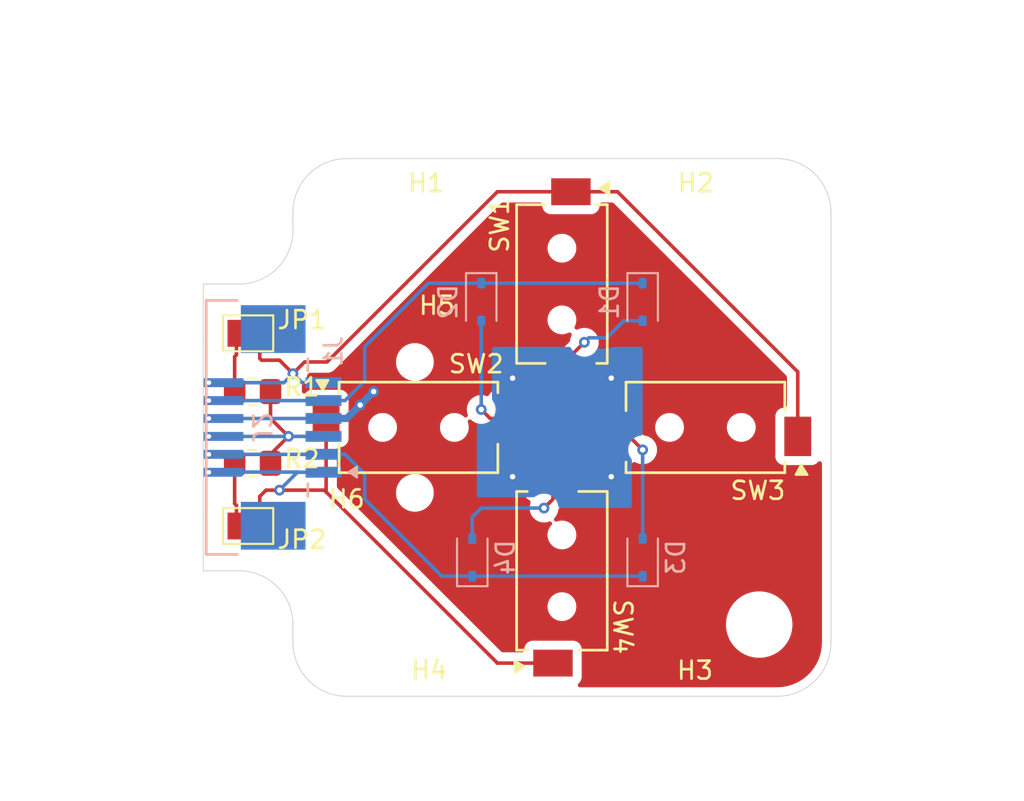
<source format=kicad_pcb>
(kicad_pcb (version 20240108) (generator "pcbnew") (generator_version "8.0")
  (layers (0 "F.Cu" signal) (31 "B.Cu" signal) (34 "B.Paste" user) (35 "F.Paste" user) (36 "B.SilkS" user "B.Silkscreen") (37 "F.SilkS" user "F.Silkscreen") (38 "B.Mask" user) (39 "F.Mask" user) (44 "Edge.Cuts" user))
  (net 0 "")
  (net 1 "GND")
  (net 2 "+5V")
  (net 3 "Net-(D4-A)")
  (net 4 "Net-(D2-A)")
  (net 5 "Row1")
  (net 6 "Net-(D1-A)")
  (net 7 "Row2")
  (net 8 "Net-(D3-A)")
  (net 9 "Col2")
  (net 10 "Col1")
  (net 11 "Net-(JP1-B)")
  (net 12 "Net-(JP2-B)")
  (footprint "MountingHole:MountingHole_3.2mm_M3_ISO7380" (layer "F.Cu") (at 139 69)
    (property "Reference" "H1" (at 3.427513 -2.638932 0) (layer "F.SilkS"))
    (property "Value" "MountingHole")
    (pad "" np_thru_hole circle (at 0 0) (size 3.2 3.2) (drill 3.2) (layers "*.Cu" "*.Mask"))
  )
  (footprint "MountingHole:MountingHole_3.2mm_M3_ISO7380" (layer "F.Cu") (at 161 69)
    (property "Reference" "H2" (at -3.535137 -2.638932 0) (layer "F.SilkS"))
    (property "Value" "MountingHole")
    (pad "" np_thru_hole circle (at 0 0) (size 3.2 3.2) (drill 3.2) (layers "*.Cu" "*.Mask"))
  )
  (footprint "Jumper:SolderJumper-2_P1.3mm_Open_Pad1.0x1.5mm" (layer "F.Cu") (at 132.5 74.75 180)
    (property "Reference" "JP1" (at -3 0.75 180) (layer "F.SilkS"))
    (property "Value" "Jumper_2_Open")
    (fp_line (start 1.4 1) (end -1.4 1) (stroke (width 0.12)) (layer "F.SilkS"))
    (fp_line (start 1.4 -1) (end 1.4 1) (stroke (width 0.12)) (layer "F.SilkS"))
    (fp_line (start -1.4 1) (end -1.4 -1) (stroke (width 0.12)) (layer "F.SilkS"))
    (fp_line (start -1.4 -1) (end 1.4 -1) (stroke (width 0.12)) (layer "F.SilkS"))
    (pad "1" smd rect (at -0.65 0 180) (size 1 1.5) (layers "F.Cu" "F.Mask") (net 10 "Col1"))
    (pad "2" smd rect (at 0.65 0 180) (size 1 1.5) (layers "F.Cu" "F.Mask") (net 11 "Net-(JP1-B)"))
  )
  (footprint "My_Library:MountingHole_1.6mm" (layer "F.Cu") (at 141.8 83.65 180)
    (property "Reference" "H6" (at 3.8 -0.35 180) (layer "F.SilkS"))
    (property "Value" "MountingHole")
    (pad "" np_thru_hole circle (at 0 0 180) (size 1.6 1.6) (drill 1.6) (layers "F&B.Cu" "*.Mask"))
  )
  (footprint "MountingHole:MountingHole_3.2mm_M3_ISO7380" (layer "F.Cu") (at 161 91)
    (property "Reference" "H3" (at -3.58159 2.55866 0) (layer "F.SilkS"))
    (property "Value" "MountingHole")
    (pad "" np_thru_hole circle (at 0 0) (size 3.2 3.2) (drill 3.2) (layers "*.Cu" "*.Mask"))
  )
  (footprint "My_Library:Omron_SW_D2LS_11_20M" (layer "F.Cu") (at 142 80)
    (property "Reference" "SW2" (at 3.217287 -3.538966 0) (layer "F.SilkS"))
    (property "Value" "D2LS-2120M" (hide yes))
    (fp_line (start -4.427 -2.527) (end 4.427003 -2.527) (stroke (width 0.1524)) (layer "F.SilkS"))
    (fp_line (start -4.427 -1.93274) (end -4.427 -2.527) (stroke (width 0.1524)) (layer "F.SilkS"))
    (fp_line (start -4.427 2.526999) (end -4.427 0.93274) (stroke (width 0.1524)) (layer "F.SilkS"))
    (fp_line (start 4.427003 -2.527) (end 4.427003 -1.93274) (stroke (width 0.1524)) (layer "F.SilkS"))
    (fp_line (start 4.427003 0.93274) (end 4.427003 2.526999) (stroke (width 0.1524)) (layer "F.SilkS"))
    (fp_line (start 4.427003 2.526999) (end -4.427 2.526999) (stroke (width 0.1524)) (layer "F.SilkS"))
    (fp_poly (pts (xy -5.0292 -2.6416) (xy -5.6896 -2.6416) (xy -5.334 -2.0828)) (stroke (width 0.12)) (fill solid) (layer "F.SilkS"))
    (pad "" np_thru_hole circle (at -2 0) (size 1.1 1.1) (drill 1.1) (layers "F&B.Cu" "*.Mask"))
    (pad "" np_thru_hole circle (at 2 0) (size 1.1 1.1) (drill 1.1) (layers "F&B.Cu" "*.Mask"))
    (pad "1" smd rect (at -5.149999 -0.5) (size 1.5 2.2) (layers "F.Cu" "F.Paste" "F.Mask") (net 9 "Col2"))
    (pad "2" smd rect (at 5.150001 -0.5) (size 1.5 2.2) (layers "F.Cu" "F.Paste" "F.Mask") (net 4 "Net-(D2-A)"))
  )
  (footprint "My_Library:MountingHole_1.6mm" (layer "F.Cu") (at 141.8 76.35)
    (property "Reference" "H5" (at 1.23 -3.15 0) (layer "F.SilkS"))
    (property "Value" "MountingHole")
    (pad "" np_thru_hole circle (at 0 0) (size 1.6 1.6) (drill 1.6) (layers "F&B.Cu" "*.Mask"))
  )
  (footprint "My_Library:Omron_SW_D2LS_11_20M" (layer "F.Cu") (at 150 88 90)
    (property "Reference" "SW4" (at -3.121632 3.385968 -90) (layer "F.SilkS"))
    (property "Value" "D2LS-2120M" (hide yes))
    (fp_line (start 4.427003 -2.527) (end 4.427003 -1.93274) (stroke (width 0.1524)) (layer "F.SilkS"))
    (fp_line (start -4.427 -2.527) (end 4.427003 -2.527) (stroke (width 0.1524)) (layer "F.SilkS"))
    (fp_line (start -4.427 -1.93274) (end -4.427 -2.527) (stroke (width 0.1524)) (layer "F.SilkS"))
    (fp_line (start 4.427003 0.93274) (end 4.427003 2.526999) (stroke (width 0.1524)) (layer "F.SilkS"))
    (fp_line (start 4.427003 2.526999) (end -4.427 2.526999) (stroke (width 0.1524)) (layer "F.SilkS"))
    (fp_line (start -4.427 2.526999) (end -4.427 0.93274) (stroke (width 0.1524)) (layer "F.SilkS"))
    (fp_poly (pts (xy -5.0292 -2.6416) (xy -5.6896 -2.6416) (xy -5.334 -2.0828)) (stroke (width 0.12)) (fill solid) (layer "F.SilkS"))
    (pad "" np_thru_hole circle (at -2 0 90) (size 1.1 1.1) (drill 1.1) (layers "F&B.Cu" "*.Mask"))
    (pad "" np_thru_hole circle (at 2 0 90) (size 1.1 1.1) (drill 1.1) (layers "F&B.Cu" "*.Mask"))
    (pad "1" smd rect (at -5.149999 -0.5 90) (size 1.5 2.2) (layers "F.Cu" "F.Paste" "F.Mask") (net 9 "Col2"))
    (pad "2" smd rect (at 5.150001 -0.5 90) (size 1.5 2.2) (layers "F.Cu" "F.Paste" "F.Mask") (net 3 "Net-(D4-A)"))
  )
  (footprint "My_Library:Omron_SW_D2LS_11_20M" (layer "F.Cu") (at 150 72 -90)
    (property "Reference" "SW1" (at -3.278941 3.473003 90) (layer "F.SilkS"))
    (property "Value" "D2LS-2120M" (hide yes))
    (fp_line (start -4.427 2.526999) (end -4.427 0.93274) (stroke (width 0.1524)) (layer "F.SilkS"))
    (fp_line (start 4.427003 2.526999) (end -4.427 2.526999) (stroke (width 0.1524)) (layer "F.SilkS"))
    (fp_line (start 4.427003 0.93274) (end 4.427003 2.526999) (stroke (width 0.1524)) (layer "F.SilkS"))
    (fp_line (start -4.427 -1.93274) (end -4.427 -2.527) (stroke (width 0.1524)) (layer "F.SilkS"))
    (fp_line (start -4.427 -2.527) (end 4.427003 -2.527) (stroke (width 0.1524)) (layer "F.SilkS"))
    (fp_line (start 4.427003 -2.527) (end 4.427003 -1.93274) (stroke (width 0.1524)) (layer "F.SilkS"))
    (fp_poly (pts (xy -5.0292 -2.6416) (xy -5.6896 -2.6416) (xy -5.334 -2.0828)) (stroke (width 0.12)) (fill solid) (layer "F.SilkS"))
    (pad "" np_thru_hole circle (at -2 0 270) (size 1.1 1.1) (drill 1.1) (layers "F&B.Cu" "*.Mask"))
    (pad "" np_thru_hole circle (at 2 0 270) (size 1.1 1.1) (drill 1.1) (layers "F&B.Cu" "*.Mask"))
    (pad "1" smd rect (at -5.149999 -0.5 270) (size 1.5 2.2) (layers "F.Cu" "F.Paste" "F.Mask") (net 10 "Col1"))
    (pad "2" smd rect (at 5.150001 -0.5 270) (size 1.5 2.2) (layers "F.Cu" "F.Paste" "F.Mask") (net 6 "Net-(D1-A)"))
  )
  (footprint "MountingHole:MountingHole_3.2mm_M3_ISO7380" (layer "F.Cu") (at 139 91)
    (property "Reference" "H4" (at 3.595116 2.531904 0) (layer "F.SilkS"))
    (property "Value" "MountingHole")
    (pad "" np_thru_hole circle (at 0 0) (size 3.2 3.2) (drill 3.2) (layers "*.Cu" "*.Mask"))
  )
  (footprint "Resistor_SMD:R_0805_2012Metric_Pad1.20x1.40mm_HandSolder" (layer "F.Cu") (at 132.75 82 180)
    (property "Reference" "R2" (at -2.75 0.25 180) (layer "F.SilkS"))
    (property "Value" "10k")
    (fp_line (start -0.227064 0.735) (end 0.227064 0.735) (stroke (width 0.12)) (layer "F.SilkS"))
    (fp_line (start -0.227064 -0.735) (end 0.227064 -0.735) (stroke (width 0.12)) (layer "F.SilkS"))
    (pad "1" smd roundrect (at -1 0 180) (size 1.2 1.4) (layers "F.Cu" "F.Paste" "F.Mask") (roundrect_rratio 0.208333) (net 2 "+5V"))
    (pad "2" smd roundrect (at 1 0 180) (size 1.2 1.4) (layers "F.Cu" "F.Paste" "F.Mask") (roundrect_rratio 0.208333) (net 12 "Net-(JP2-B)"))
  )
  (footprint "My_Library:Omron_SW_D2LS_11_20M" (layer "F.Cu") (at 158 80 180)
    (property "Reference" "SW3" (at -2.923558 -3.524842 0) (layer "F.SilkS"))
    (property "Value" "D2LS-2120M" (hide yes))
    (fp_line (start 4.427003 2.526999) (end -4.427 2.526999) (stroke (width 0.1524)) (layer "F.SilkS"))
    (fp_line (start 4.427003 0.93274) (end 4.427003 2.526999) (stroke (width 0.1524)) (layer "F.SilkS"))
    (fp_line (start 4.427003 -2.527) (end 4.427003 -1.93274) (stroke (width 0.1524)) (layer "F.SilkS"))
    (fp_line (start -4.427 2.526999) (end -4.427 0.93274) (stroke (width 0.1524)) (layer "F.SilkS"))
    (fp_line (start -4.427 -1.93274) (end -4.427 -2.527) (stroke (width 0.1524)) (layer "F.SilkS"))
    (fp_line (start -4.427 -2.527) (end 4.427003 -2.527) (stroke (width 0.1524)) (layer "F.SilkS"))
    (fp_poly (pts (xy -5.0292 -2.6416) (xy -5.6896 -2.6416) (xy -5.334 -2.0828)) (stroke (width 0.12)) (fill solid) (layer "F.SilkS"))
    (pad "" np_thru_hole circle (at -2 0 180) (size 1.1 1.1) (drill 1.1) (layers "F&B.Cu" "*.Mask"))
    (pad "" np_thru_hole circle (at 2 0 180) (size 1.1 1.1) (drill 1.1) (layers "F&B.Cu" "*.Mask"))
    (pad "1" smd rect (at -5.149999 -0.5 180) (size 1.5 2.2) (layers "F.Cu" "F.Paste" "F.Mask") (net 10 "Col1"))
    (pad "2" smd rect (at 5.150001 -0.5 180) (size 1.5 2.2) (layers "F.Cu" "F.Paste" "F.Mask") (net 8 "Net-(D3-A)"))
  )
  (footprint "Resistor_SMD:R_0805_2012Metric_Pad1.20x1.40mm_HandSolder" (layer "F.Cu") (at 132.75 78 180)
    (property "Reference" "R1" (at -2.75 0.25 180) (layer "F.SilkS"))
    (property "Value" "10k")
    (fp_line (start -0.227064 0.735) (end 0.227064 0.735) (stroke (width 0.12)) (layer "F.SilkS"))
    (fp_line (start -0.227064 -0.735) (end 0.227064 -0.735) (stroke (width 0.12)) (layer "F.SilkS"))
    (pad "1" smd roundrect (at -1 0 180) (size 1.2 1.4) (layers "F.Cu" "F.Paste" "F.Mask") (roundrect_rratio 0.208333) (net 2 "+5V"))
    (pad "2" smd roundrect (at 1 0 180) (size 1.2 1.4) (layers "F.Cu" "F.Paste" "F.Mask") (roundrect_rratio 0.208333) (net 11 "Net-(JP1-B)"))
  )
  (footprint "Jumper:SolderJumper-2_P1.3mm_Open_Pad1.0x1.5mm" (layer "F.Cu") (at 132.5 85.5 180)
    (property "Reference" "JP2" (at -3 -0.75 180) (layer "F.SilkS"))
    (property "Value" "Jumper_2_Open")
    (fp_line (start 1.4 1) (end -1.4 1) (stroke (width 0.12)) (layer "F.SilkS"))
    (fp_line (start 1.4 -1) (end 1.4 1) (stroke (width 0.12)) (layer "F.SilkS"))
    (fp_line (start -1.4 1) (end -1.4 -1) (stroke (width 0.12)) (layer "F.SilkS"))
    (fp_line (start -1.4 -1) (end 1.4 -1) (stroke (width 0.12)) (layer "F.SilkS"))
    (pad "1" smd rect (at -0.65 0 180) (size 1 1.5) (layers "F.Cu" "F.Mask") (net 9 "Col2"))
    (pad "2" smd rect (at 0.65 0 180) (size 1 1.5) (layers "F.Cu" "F.Mask") (net 12 "Net-(JP2-B)"))
  )
  (footprint "Diode_SMD:D_SOD-323" (layer "B.Cu") (at 145.5 73 -90)
    (property "Reference" "D2" (at 0 1.85 90) (layer "B.SilkS") (effects (justify mirror)))
    (property "Value" "1N4148WS")
    (fp_line (start 1.05 0.85) (end -1.61 0.85) (stroke (width 0.12)) (layer "B.SilkS"))
    (fp_line (start -1.61 -0.85) (end -1.61 0.85) (stroke (width 0.12)) (layer "B.SilkS"))
    (fp_line (start 1.05 -0.85) (end -1.61 -0.85) (stroke (width 0.12)) (layer "B.SilkS"))
    (pad "1" smd roundrect (at -1.05 0 270) (size 0.6 0.45) (layers "B.Cu" "B.Paste" "B.Mask") (net 5 "Row1"))
    (pad "2" smd roundrect (at 1.05 0 270) (size 0.6 0.45) (layers "B.Cu" "B.Paste" "B.Mask") (net 4 "Net-(D2-A)"))
  )
  (footprint "My_Library:TEAmp-CON6-84953-SMT-RA-FCC-FPC" (layer "B.Cu") (at 134 80 -90)
    (property "Reference" "J1" (at -4.25 -3.25 90) (layer "B.SilkS") (effects (justify mirror)))
    (property "Value" "Conn_01x06")
    (fp_line (start -7.0866 3.8354) (end 7.0866 3.8354) (stroke (width 0.1524)) (layer "B.SilkS"))
    (fp_line (start 7.0866 3.8354) (end 7.0866 2.103965) (stroke (width 0.1524)) (layer "B.SilkS"))
    (fp_line (start -7.0866 2.103965) (end -7.0866 3.8354) (stroke (width 0.1524)) (layer "B.SilkS"))
    (fp_line (start -3.13754 -1.8288) (end -3.84535 -1.8288) (stroke (width 0.1524)) (layer "B.SilkS"))
    (fp_line (start 3.84535 -1.8288) (end 3.13754 -1.8288) (stroke (width 0.1524)) (layer "B.SilkS"))
    (fp_poly (pts (xy 2.1844 -4.572) (xy 2.4892 -4.1148) (xy 2.794 -4.572)) (stroke (width 0.12)) (fill solid) (layer "B.SilkS"))
    (pad "1" smd rect (at 2.5 -2.7051 270) (size 0.6096 2.0066) (layers "B.Cu" "B.Paste" "B.Mask") (net 9 "Col2"))
    (pad "2" smd rect (at 1.5 -2.7051 270) (size 0.6096 2.0066) (layers "B.Cu" "B.Paste" "B.Mask") (net 7 "Row2"))
    (pad "3" smd rect (at 0.499999 -2.7051 270) (size 0.6096 2.0066) (layers "B.Cu" "B.Paste" "B.Mask") (net 2 "+5V"))
    (pad "4" smd rect (at -0.499999 -2.7051 270) (size 0.6096 2.0066) (layers "B.Cu" "B.Paste" "B.Mask") (net 1 "GND"))
    (pad "5" smd rect (at -1.5 -2.7051 270) (size 0.6096 2.0066) (layers "B.Cu" "B.Paste" "B.Mask") (net 5 "Row1"))
    (pad "6" smd rect (at -2.5 -2.7051 270) (size 0.6096 2.0066) (layers "B.Cu" "B.Paste" "B.Mask") (net 10 "Col1"))
    (pad "MP" smd rect (at -5.4864 0.1016 270) (size 2.667 3.6068) (layers "B.Cu" "B.Paste" "B.Mask"))
    (pad "MP" smd rect (at 5.4864 0.1016 270) (size 2.667 3.6068) (layers "B.Cu" "B.Paste" "B.Mask"))
  )
  (footprint "My_Library:pads_connector_0.1mm" (layer "B.Cu") (at 131.114605 80.002969)
    (property "Reference" "J2" (at 2.135395 -0.002969 -90) (layer "B.SilkS") (effects (justify mirror)))
    (property "Value" "Conn_01x06")
    (pad "1" thru_hole circle (at -0.8 2.5) (size 0.3 0.3) (drill 0.254) (layers "*.Cu" "*.Mask") (net 9 "Col2"))
    (pad "1" smd roundrect (at 0 2.5) (size 2.25 0.5) (layers "B.Cu" "B.Paste" "B.Mask") (roundrect_rratio 0) (chamfer_ratio 0.2) (chamfer bottom_right) (net 9 "Col2"))
    (pad "2" thru_hole circle (at -0.8 1.5) (size 0.3 0.3) (drill 0.254) (layers "*.Cu" "*.Mask") (net 7 "Row2"))
    (pad "2" smd rect (at 0 1.5) (size 2.25 0.5) (layers "B.Cu" "B.Paste" "B.Mask") (net 7 "Row2"))
    (pad "3" thru_hole circle (at -0.8 0.5) (size 0.3 0.3) (drill 0.254) (layers "*.Cu" "*.Mask") (net 2 "+5V"))
    (pad "3" smd rect (at 0 0.5) (size 2.25 0.5) (layers "B.Cu" "B.Paste" "B.Mask") (net 2 "+5V"))
    (pad "4" thru_hole circle (at -0.8 -0.5) (size 0.3 0.3) (drill 0.254) (layers "*.Cu" "*.Mask") (net 1 "GND"))
    (pad "4" smd rect (at 0 -0.5) (size 2.25 0.5) (layers "B.Cu" "B.Paste" "B.Mask") (net 1 "GND"))
    (pad "5" thru_hole circle (at -0.8 -1.5) (size 0.3 0.3) (drill 0.254) (layers "*.Cu" "*.Mask") (net 5 "Row1"))
    (pad "5" smd rect (at 0 -1.5) (size 2.25 0.5) (layers "B.Cu" "B.Paste" "B.Mask") (net 5 "Row1"))
    (pad "6" thru_hole circle (at -0.8 -2.5) (size 0.3 0.3) (drill 0.254) (layers "*.Cu" "*.Mask") (net 10 "Col1"))
    (pad "6" smd rect (at 0 -2.5) (size 2.25 0.5) (layers "B.Cu" "B.Paste" "B.Mask") (net 10 "Col1"))
  )
  (footprint "Diode_SMD:D_SOD-323" (layer "B.Cu") (at 145 87.25 90)
    (property "Reference" "D4" (at 0 1.85 -90) (layer "B.SilkS") (effects (justify mirror)))
    (property "Value" "1N4148WS")
    (fp_line (start 1.05 -0.85) (end -1.61 -0.85) (stroke (width 0.12)) (layer "B.SilkS"))
    (fp_line (start -1.61 -0.85) (end -1.61 0.85) (stroke (width 0.12)) (layer "B.SilkS"))
    (fp_line (start 1.05 0.85) (end -1.61 0.85) (stroke (width 0.12)) (layer "B.SilkS"))
    (pad "1" smd roundrect (at -1.05 0 90) (size 0.6 0.45) (layers "B.Cu" "B.Paste" "B.Mask") (net 7 "Row2"))
    (pad "2" smd roundrect (at 1.05 0 90) (size 0.6 0.45) (layers "B.Cu" "B.Paste" "B.Mask") (net 3 "Net-(D4-A)"))
  )
  (footprint "Diode_SMD:D_SOD-323" (layer "B.Cu") (at 154.5 73 -90)
    (property "Reference" "D1" (at 0 1.85 90) (layer "B.SilkS") (effects (justify mirror)))
    (property "Value" "1N4148WS")
    (fp_line (start 1.05 0.85) (end -1.61 0.85) (stroke (width 0.12)) (layer "B.SilkS"))
    (fp_line (start -1.61 -0.85) (end -1.61 0.85) (stroke (width 0.12)) (layer "B.SilkS"))
    (fp_line (start 1.05 -0.85) (end -1.61 -0.85) (stroke (width 0.12)) (layer "B.SilkS"))
    (pad "1" smd roundrect (at -1.05 0 270) (size 0.6 0.45) (layers "B.Cu" "B.Paste" "B.Mask") (net 5 "Row1"))
    (pad "2" smd roundrect (at 1.05 0 270) (size 0.6 0.45) (layers "B.Cu" "B.Paste" "B.Mask") (net 6 "Net-(D1-A)"))
  )
  (footprint "Diode_SMD:D_SOD-323" (layer "B.Cu") (at 154.5 87.25 90)
    (property "Reference" "D3" (at 0 1.85 -90) (layer "B.SilkS") (effects (justify mirror)))
    (property "Value" "1N4148WS")
    (fp_line (start 1.05 -0.85) (end -1.61 -0.85) (stroke (width 0.12)) (layer "B.SilkS"))
    (fp_line (start -1.61 -0.85) (end -1.61 0.85) (stroke (width 0.12)) (layer "B.SilkS"))
    (fp_line (start 1.05 0.85) (end -1.61 0.85) (stroke (width 0.12)) (layer "B.SilkS"))
    (pad "1" smd roundrect (at -1.05 0 90) (size 0.6 0.45) (layers "B.Cu" "B.Paste" "B.Mask") (net 7 "Row2"))
    (pad "2" smd roundrect (at 1.05 0 90) (size 0.6 0.45) (layers "B.Cu" "B.Paste" "B.Mask") (net 8 "Net-(D3-A)"))
  )
  (gr_line (start 130 75) (end 130 72) (stroke (width 0.05)) (layer "Edge.Cuts"))
  (gr_line (start 138 65) (end 162 65) (stroke (width 0.05)) (layer "Edge.Cuts"))
  (gr_line (start 135 92) (end 135 91) (stroke (width 0.05)) (layer "Edge.Cuts"))
  (gr_line (start 165 68) (end 165 92) (stroke (width 0.05)) (layer "Edge.Cuts"))
  (gr_line (start 130 85) (end 130 75) (stroke (width 0.05)) (layer "Edge.Cuts"))
  (gr_arc (start 165 92) (mid 164.12132 94.12132) (end 162 95) (stroke (width 0.05)) (layer "Edge.Cuts"))
  (gr_arc (start 162 65) (mid 164.12132 65.87868) (end 165 68) (stroke (width 0.05)) (layer "Edge.Cuts"))
  (gr_arc (start 132 88) (mid 134.12132 88.87868) (end 135 91) (stroke (width 0.05)) (layer "Edge.Cuts"))
  (gr_line (start 162 95) (end 138 95) (stroke (width 0.05)) (layer "Edge.Cuts"))
  (gr_line (start 135 69) (end 135 68) (stroke (width 0.05)) (layer "Edge.Cuts"))
  (gr_arc (start 138 95) (mid 135.87868 94.12132) (end 135 92) (stroke (width 0.05)) (layer "Edge.Cuts"))
  (gr_line (start 132 72) (end 130 72) (stroke (width 0.05)) (layer "Edge.Cuts"))
  (gr_arc (start 135 69) (mid 134.12132 71.12132) (end 132 72) (stroke (width 0.05)) (layer "Edge.Cuts"))
  (gr_line (start 130 88) (end 130 85) (stroke (width 0.05)) (layer "Edge.Cuts"))
  (gr_line (start 132 88) (end 130 88) (stroke (width 0.05)) (layer "Edge.Cuts"))
  (gr_arc (start 135 68) (mid 135.87868 65.87868) (end 138 65) (stroke (width 0.05)) (layer "Edge.Cuts"))
  (via (at 147.25 77.25) (size 0.6) (drill 0.3) (layers "F.Cu" "B.Cu") (net 1))
  (via (at 152.75 77.25) (size 0.6) (drill 0.3) (layers "F.Cu" "B.Cu") (net 1))
  (via (at 152.75 82.75) (size 0.6) (drill 0.3) (layers "F.Cu" "B.Cu") (net 1))
  (via (at 139.5 78) (size 0.6) (drill 0.3) (layers "F.Cu" "B.Cu") (net 1))
  (via (at 147.25 82.75) (size 0.6) (drill 0.3) (layers "F.Cu" "B.Cu") (net 1))
  (via (at 138.75 78.75) (size 0.6) (drill 0.3) (layers "F.Cu" "B.Cu") (net 1))
  (segment (start 138.75 78.75) (end 137.999999 79.500001) (width 0.4) (layer "B.Cu") (net 1))
  (segment (start 136.702132 79.502969) (end 136.7051 79.500001) (width 0.2) (layer "B.Cu") (net 1))
  (segment (start 138.75 78.75) (end 139.5 78) (width 0.4) (layer "B.Cu") (net 1))
  (segment (start 136.705099 79.5) (end 136.7051 79.500001) (width 0.2) (layer "B.Cu") (net 1))
  (segment (start 137.999999 79.500001) (end 136.7051 79.500001) (width 0.4) (layer "B.Cu") (net 1))
  (segment (start 131.114605 79.502969) (end 136.702132 79.502969) (width 0.2) (layer "B.Cu") (net 1))
  (segment (start 133.75 79.5) (end 134.75 80.5) (width 0.2) (layer "F.Cu") (net 2))
  (segment (start 133.75 78) (end 133.75 79.5) (width 0.2) (layer "F.Cu") (net 2))
  (segment (start 133.75 81.5) (end 134.75 80.5) (width 0.2) (layer "F.Cu") (net 2))
  (segment (start 133.75 82) (end 133.75 81.5) (width 0.2) (layer "F.Cu") (net 2))
  (via (at 134.75 80.5) (size 0.6) (drill 0.3) (layers "F.Cu" "B.Cu") (net 2))
  (segment (start 134.747031 80.502969) (end 134.75 80.5) (width 0.2) (layer "B.Cu") (net 2))
  (segment (start 135.501799 80.5) (end 135.5018 80.499999) (width 0.2) (layer "B.Cu") (net 2))
  (segment (start 134.75 80.5) (end 135.501799 80.5) (width 0.2) (layer "B.Cu") (net 2))
  (segment (start 135.5018 80.499999) (end 136.7051 80.499999) (width 0.2) (layer "B.Cu") (net 2))
  (segment (start 131.114605 80.502969) (end 134.747031 80.502969) (width 0.2) (layer "B.Cu") (net 2))
  (segment (start 149.5 82.849999) (end 149.5 84) (width 0.2) (layer "F.Cu") (net 3))
  (segment (start 149.5 84) (end 149 84.5) (width 0.2) (layer "F.Cu") (net 3))
  (via (at 149 84.5) (size 0.6) (drill 0.3) (layers "F.Cu" "B.Cu") (net 3))
  (segment (start 149 84.5) (end 145.5 84.5) (width 0.2) (layer "B.Cu") (net 3))
  (segment (start 145.5 84.5) (end 145 85) (width 0.2) (layer "B.Cu") (net 3))
  (segment (start 145 85) (end 145 86.2) (width 0.2) (layer "B.Cu") (net 3))
  (segment (start 146 79.5) (end 145.5 79) (width 0.2) (layer "F.Cu") (net 4))
  (segment (start 147.150001 79.5) (end 146 79.5) (width 0.2) (layer "F.Cu") (net 4))
  (via (at 145.5 79) (size 0.6) (drill 0.3) (layers "F.Cu" "B.Cu") (net 4))
  (segment (start 145.5 79) (end 145.5 74.05) (width 0.2) (layer "B.Cu") (net 4))
  (segment (start 139 77.4084) (end 139 75.5) (width 0.2) (layer "B.Cu") (net 5))
  (segment (start 131.114605 78.502969) (end 136.702131 78.502969) (width 0.2) (layer "B.Cu") (net 5))
  (segment (start 139 75.5) (end 142.55 71.95) (width 0.2) (layer "B.Cu") (net 5))
  (segment (start 142.55 71.95) (end 145.5 71.95) (width 0.2) (layer "B.Cu") (net 5))
  (segment (start 136.702131 78.502969) (end 136.7051 78.5) (width 0.2) (layer "B.Cu") (net 5))
  (segment (start 137.9084 78.5) (end 139 77.4084) (width 0.2) (layer "B.Cu") (net 5))
  (segment (start 154.5 71.95) (end 145.5 71.95) (width 0.2) (layer "B.Cu") (net 5))
  (segment (start 136.7051 78.5) (end 137.9084 78.5) (width 0.2) (layer "B.Cu") (net 5))
  (segment (start 151.25 75.25) (end 150.5 76) (width 0.2) (layer "F.Cu") (net 6))
  (segment (start 150.5 76) (end 150.5 77.150001) (width 0.2) (layer "F.Cu") (net 6))
  (via (at 151.25 75.25) (size 0.6) (drill 0.3) (layers "F.Cu" "B.Cu") (net 6))
  (segment (start 151.5 75) (end 152.5 75) (width 0.2) (layer "B.Cu") (net 6))
  (segment (start 153.45 74.05) (end 154.5 74.05) (width 0.2) (layer "B.Cu") (net 6))
  (segment (start 152.5 75) (end 153.45 74.05) (width 0.2) (layer "B.Cu") (net 6))
  (segment (start 151.25 75.25) (end 151.5 75) (width 0.2) (layer "B.Cu") (net 6))
  (segment (start 137.9084 81.5) (end 136.7051 81.5) (width 0.2) (layer "B.Cu") (net 7))
  (segment (start 139 82.5916) (end 137.9084 81.5) (width 0.2) (layer "B.Cu") (net 7))
  (segment (start 143.3 88.3) (end 139 84) (width 0.2) (layer "B.Cu") (net 7))
  (segment (start 136.702131 81.502969) (end 136.7051 81.5) (width 0.2) (layer "B.Cu") (net 7))
  (segment (start 139 84) (end 139 82.5916) (width 0.2) (layer "B.Cu") (net 7))
  (segment (start 145 88.3) (end 143.3 88.3) (width 0.2) (layer "B.Cu") (net 7))
  (segment (start 154.5 88.3) (end 145 88.3) (width 0.2) (layer "B.Cu") (net 7))
  (segment (start 131.114605 81.502969) (end 136.702131 81.502969) (width 0.2) (layer "B.Cu") (net 7))
  (segment (start 154.5 81.25) (end 153.75 80.5) (width 0.2) (layer "F.Cu") (net 8))
  (segment (start 153.75 80.5) (end 152.849999 80.5) (width 0.2) (layer "F.Cu") (net 8))
  (via (at 154.5 81.25) (size 0.6) (drill 0.3) (layers "F.Cu" "B.Cu") (net 8))
  (segment (start 154.5 81.25) (end 154.5 86.2) (width 0.2) (layer "B.Cu") (net 8))
  (segment (start 136.75 83.5) (end 136.850001 83.600001) (width 0.2) (layer "F.Cu") (net 9))
  (segment (start 136.850001 83.600001) (end 136.850001 79.5) (width 0.2) (layer "F.Cu") (net 9))
  (segment (start 149.5 92.5) (end 149.5 93.149999) (width 0.2) (layer "F.Cu") (net 9))
  (segment (start 133.5 83.5) (end 134.25 83.5) (width 0.2) (layer "F.Cu") (net 9))
  (segment (start 134.25 83.5) (end 136.75 83.5) (width 0.2) (layer "F.Cu") (net 9))
  (segment (start 146.399999 93.149999) (end 136.850001 83.600001) (width 0.2) (layer "F.Cu") (net 9))
  (segment (start 149.5 93.149999) (end 146.399999 93.149999) (width 0.2) (layer "F.Cu") (net 9))
  (segment (start 133.15 83.85) (end 133.5 83.5) (width 0.2) (layer "F.Cu") (net 9))
  (segment (start 133.15 85.5) (end 133.15 83.85) (width 0.2) (layer "F.Cu") (net 9))
  (via (at 134.25 83.5) (size 0.6) (drill 0.3) (layers "F.Cu" "B.Cu") (net 9))
  (segment (start 136.7051 82.5) (end 135.25 82.5) (width 0.2) (layer "B.Cu") (net 9))
  (segment (start 135.242169 82.492169) (end 135.25 82.5) (width 0.2) (layer "B.Cu") (net 9))
  (segment (start 131.114605 82.492169) (end 135.242169 82.492169) (width 0.2) (layer "B.Cu") (net 9))
  (segment (start 136.6943 82.4892) (end 136.7051 82.5) (width 0.2) (layer "B.Cu") (net 9))
  (segment (start 135.25 82.5) (end 134.25 83.5) (width 0.2) (layer "B.Cu") (net 9))
  (segment (start 146.399999 66.850001) (end 150.5 66.850001) (width 0.2) (layer "F.Cu") (net 10))
  (segment (start 133.25 76.25) (end 133.15 76.15) (width 0.2) (layer "F.Cu") (net 10))
  (segment (start 135 77) (end 134.25 76.25) (width 0.2) (layer "F.Cu") (net 10))
  (segment (start 150.5 66.850001) (end 153.100001 66.850001) (width 0.2) (layer "F.Cu") (net 10))
  (segment (start 135.652898 76.347102) (end 136.902898 76.347102) (width 0.2) (layer "F.Cu") (net 10))
  (segment (start 135 77) (end 135.652898 76.347102) (width 0.2) (layer "F.Cu") (net 10))
  (segment (start 134.25 76.25) (end 133.25 76.25) (width 0.2) (layer "F.Cu") (net 10))
  (segment (start 136.902898 76.347102) (end 146.399999 66.850001) (width 0.2) (layer "F.Cu") (net 10))
  (segment (start 153.100001 66.850001) (end 163.149999 76.899999) (width 0.2) (layer "F.Cu") (net 10))
  (segment (start 163.149999 76.899999) (end 163.149999 80.5) (width 0.2) (layer "F.Cu") (net 10))
  (segment (start 133.15 76.15) (end 133.15 74.75) (width 0.2) (layer "F.Cu") (net 10))
  (via (at 135 77) (size 0.6) (drill 0.3) (layers "F.Cu" "B.Cu") (net 10))
  (segment (start 135 77) (end 135.5 77.5) (width 0.2) (layer "B.Cu") (net 10))
  (segment (start 134.497031 77.502969) (end 135 77) (width 0.2) (layer "B.Cu") (net 10))
  (segment (start 131.114605 77.502969) (end 134.497031 77.502969) (width 0.2) (layer "B.Cu") (net 10))
  (segment (start 135.5 77.5) (end 136.7051 77.5) (width 0.2) (layer "B.Cu") (net 10))
  (segment (start 131.85 75.95) (end 131.75 76.05) (width 0.2) (layer "F.Cu") (net 11))
  (segment (start 131.85 74.75) (end 131.85 75.95) (width 0.2) (layer "F.Cu") (net 11))
  (segment (start 131.75 76.05) (end 131.75 78) (width 0.2) (layer "F.Cu") (net 11))
  (segment (start 131.85 85.5) (end 131.85 84.35) (width 0.2) (layer "F.Cu") (net 12))
  (segment (start 131.75 84.25) (end 131.75 82) (width 0.2) (layer "F.Cu") (net 12))
  (segment (start 131.85 84.35) (end 131.75 84.25) (width 0.2) (layer "F.Cu") (net 12))
  (zone (net 1) (net_name "GND") (layer "F.Cu") (connect_pads (clearance 0.5)) (min_thickness 0.25) (fill yes (thermal_gap 0.5) (thermal_bridge_width 0.5))
    (polygon (pts (xy 165 65) (xy 165 95) (xy 135.5 95) (xy 135.5 88) (xy 135.5 72) (xy 135.5 65)))
  )
  (zone (net 1) (net_name "GND") (layer "B.Cu") (priority 1) (connect_pads (clearance 0.5)) (min_thickness 0.25) (fill yes (thermal_gap 0.5) (thermal_bridge_width 0.5))
    (polygon (pts (xy 145.25 84.5) (xy 154.5 84.5) (xy 154.5 75.5) (xy 145.25 75.5)))
  )
)
</source>
